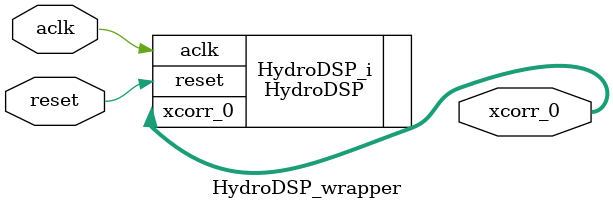
<source format=v>
`timescale 1 ps / 1 ps

module HydroDSP_wrapper
   (aclk,
    reset,
    xcorr_0);
  input aclk;
  input reset;
  output [63:0]xcorr_0;

  wire aclk;
  wire reset;
  wire [63:0]xcorr_0;

  HydroDSP HydroDSP_i
       (.aclk(aclk),
        .reset(reset),
        .xcorr_0(xcorr_0));
endmodule

</source>
